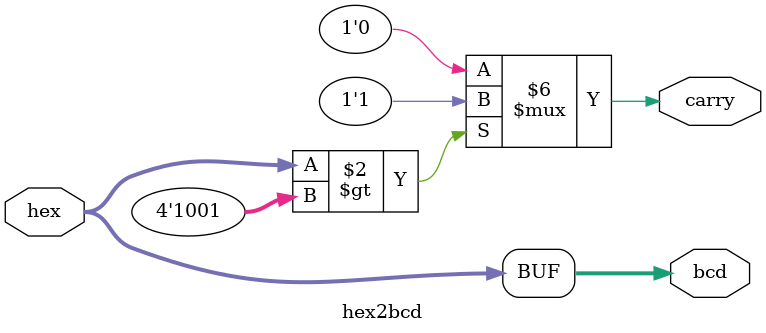
<source format=v>
module hex2bcd(
    input [3:0] hex, // four bits hex input
    output reg [3:0] bcd, // four bits BCD output
	output reg carry // carry over to more significant bits 
    );
    always @* begin
        if (hex>4'b1001) begin  //greater than 9
            carry=1; 
            bcd[3:0]=hex;
            end 
        else begin
            bcd=hex;
			carry=0;
		end
    end
endmodule
</source>
